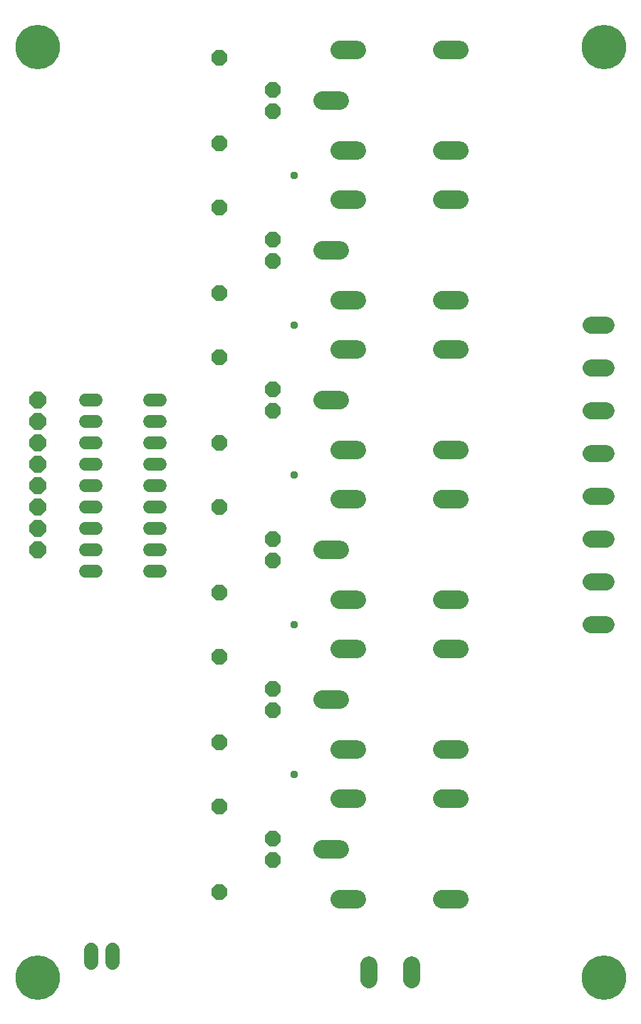
<source format=gbr>
G04 EAGLE Gerber RS-274X export*
G75*
%MOMM*%
%FSLAX34Y34*%
%LPD*%
%INSoldermask Bottom*%
%IPPOS*%
%AMOC8*
5,1,8,0,0,1.08239X$1,22.5*%
G01*
%ADD10C,5.283200*%
%ADD11C,1.524000*%
%ADD12P,2.144431X8X202.500000*%
%ADD13C,1.727200*%
%ADD14C,2.184400*%
%ADD15P,2.034460X8X112.500000*%
%ADD16P,2.034460X8X292.500000*%
%ADD17C,1.993900*%
%ADD18C,0.959600*%


D10*
X762000Y1231900D03*
X1435100Y1231900D03*
X762000Y127000D03*
X1435100Y127000D03*
D11*
X832104Y812800D02*
X818896Y812800D01*
X818896Y787400D02*
X832104Y787400D01*
X832104Y660400D02*
X818896Y660400D01*
X818896Y635000D02*
X832104Y635000D01*
X832104Y762000D02*
X818896Y762000D01*
X818896Y736600D02*
X832104Y736600D01*
X832104Y685800D02*
X818896Y685800D01*
X818896Y711200D02*
X832104Y711200D01*
X832104Y609600D02*
X818896Y609600D01*
X895096Y609600D02*
X908304Y609600D01*
X908304Y635000D02*
X895096Y635000D01*
X895096Y660400D02*
X908304Y660400D01*
X908304Y685800D02*
X895096Y685800D01*
X895096Y711200D02*
X908304Y711200D01*
X908304Y736600D02*
X895096Y736600D01*
X895096Y762000D02*
X908304Y762000D01*
X908304Y787400D02*
X895096Y787400D01*
X895096Y812800D02*
X908304Y812800D01*
D12*
X762000Y635000D03*
X762000Y660400D03*
X762000Y685800D03*
X762000Y711200D03*
X762000Y736600D03*
X762000Y762000D03*
X762000Y787400D03*
X762000Y812800D03*
D13*
X850900Y160020D02*
X850900Y144780D01*
X825500Y144780D02*
X825500Y160020D01*
D14*
X1101344Y1168400D02*
X1121156Y1168400D01*
X1121664Y1108710D02*
X1141476Y1108710D01*
X1141476Y1228090D02*
X1121664Y1228090D01*
X1243584Y1228090D02*
X1263396Y1228090D01*
X1263396Y1108710D02*
X1243584Y1108710D01*
X1121156Y990600D02*
X1101344Y990600D01*
X1121664Y930910D02*
X1141476Y930910D01*
X1141476Y1050290D02*
X1121664Y1050290D01*
X1243584Y1050290D02*
X1263396Y1050290D01*
X1263396Y930910D02*
X1243584Y930910D01*
X1121156Y812800D02*
X1101344Y812800D01*
X1121664Y753110D02*
X1141476Y753110D01*
X1141476Y872490D02*
X1121664Y872490D01*
X1243584Y872490D02*
X1263396Y872490D01*
X1263396Y753110D02*
X1243584Y753110D01*
X1121156Y635000D02*
X1101344Y635000D01*
X1121664Y575310D02*
X1141476Y575310D01*
X1141476Y694690D02*
X1121664Y694690D01*
X1243584Y694690D02*
X1263396Y694690D01*
X1263396Y575310D02*
X1243584Y575310D01*
X1121156Y457200D02*
X1101344Y457200D01*
X1121664Y397510D02*
X1141476Y397510D01*
X1141476Y516890D02*
X1121664Y516890D01*
X1243584Y516890D02*
X1263396Y516890D01*
X1263396Y397510D02*
X1243584Y397510D01*
X1121156Y279400D02*
X1101344Y279400D01*
X1121664Y219710D02*
X1141476Y219710D01*
X1141476Y339090D02*
X1121664Y339090D01*
X1243584Y339090D02*
X1263396Y339090D01*
X1263396Y219710D02*
X1243584Y219710D01*
D15*
X1041400Y1155700D03*
X1041400Y1181100D03*
X1041400Y977900D03*
X1041400Y1003300D03*
X1041400Y800100D03*
X1041400Y825500D03*
X1041400Y622300D03*
X1041400Y647700D03*
X1041400Y444500D03*
X1041400Y469900D03*
X1041400Y266700D03*
X1041400Y292100D03*
D16*
X977900Y1219200D03*
X977900Y1117600D03*
X977900Y1041400D03*
X977900Y939800D03*
X977900Y863600D03*
X977900Y762000D03*
X977900Y685800D03*
X977900Y584200D03*
X977900Y508000D03*
X977900Y406400D03*
X977900Y330200D03*
X977900Y228600D03*
D17*
X1419797Y546100D02*
X1437704Y546100D01*
X1437704Y596900D02*
X1419797Y596900D01*
X1419797Y647700D02*
X1437704Y647700D01*
X1437704Y698500D02*
X1419797Y698500D01*
X1419797Y749300D02*
X1437704Y749300D01*
X1437704Y800100D02*
X1419797Y800100D01*
X1419797Y850900D02*
X1437704Y850900D01*
X1437704Y901700D02*
X1419797Y901700D01*
X1155700Y142304D02*
X1155700Y124397D01*
X1206500Y124397D02*
X1206500Y142304D01*
D18*
X1066800Y1079500D03*
X1066800Y901700D03*
X1066800Y723900D03*
X1066800Y546100D03*
X1066800Y368300D03*
M02*

</source>
